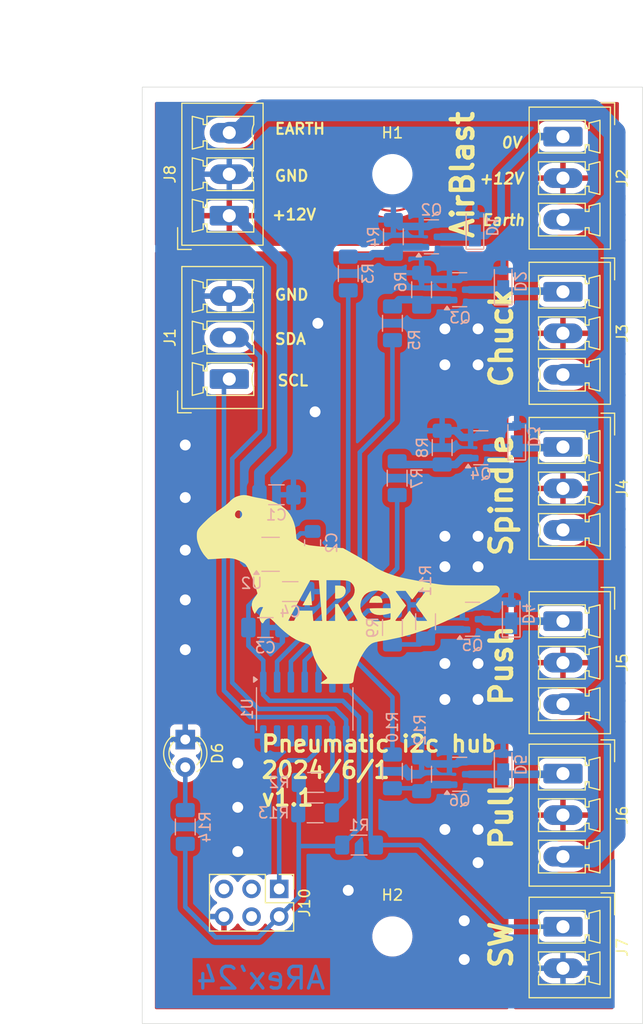
<source format=kicad_pcb>
(kicad_pcb (version 20240108) (generator "pcbnew") (generator_version "8.0")
  (layers (0 "F.Cu" signal) (31 "B.Cu" signal) (34 "B.Paste" user) (35 "F.Paste" user) (36 "B.SilkS" user "B.Silkscreen") (37 "F.SilkS" user "F.Silkscreen") (38 "B.Mask" user) (39 "F.Mask" user) (44 "Edge.Cuts" user))
  (net 0 "")
  (net 1 "GND")
  (net 2 "Earth")
  (net 3 "Net-(U2-BP)")
  (net 4 "VCC")
  (net 5 "+12V")
  (net 6 "Net-(Q2-G)")
  (net 7 "Net-(Q3-G)")
  (net 8 "Net-(Q4-G)")
  (net 9 "Net-(Q5-G)")
  (net 10 "Net-(Q6-G)")
  (net 11 "AIR_BLAST")
  (net 12 "CHUCK_CLAMP")
  (net 13 "SPINDLE_CLEAN")
  (net 14 "DOOR_PUSH")
  (net 15 "DOOR_PULL")
  (net 16 "SCL")
  (net 17 "SDA")
  (net 18 "Net-(D1-K)")
  (net 19 "Net-(D2-K)")
  (net 20 "Net-(D3-K)")
  (net 21 "Net-(D4-K)")
  (net 22 "Net-(D5-K)")
  (net 28 "UPDI")
  (net 29 "PRESSURE_ON")
  (net 31 "Net-(D6-A)")
  (footprint "Connector_Phoenix_MC:PhoenixContact_MCV_1,5_3-G-3.81_1x03_P3.81mm_Vertical" (layer "F.Cu") (at 174.6875 72.7975 -90)
    (property "Reference" "J3" (at 3.81 -5.45 90) (layer "F.SilkS"))
    (property "Value" "Conn_01x03_Pin" (hide yes))
    (pad "1" thru_hole roundrect (at 0 0 270) (size 1.8 3.6) (drill 1.2) (layers "*.Cu" "*.Mask") (roundrect_rratio 0.138889) (net 19 "Net-(D2-K)"))
    (pad "2" thru_hole oval (at 3.81 0 270) (size 1.8 3.6) (drill 1.2) (layers "*.Cu" "*.Mask") (net 5 "+12V"))
    (pad "3" thru_hole oval (at 7.62 0 270) (size 1.8 3.6) (drill 1.2) (layers "*.Cu" "*.Mask") (net 2 "Earth"))
  )
  (footprint "Connector_Phoenix_MC:PhoenixContact_MCV_1,5_3-G-3.81_1x03_P3.81mm_Vertical" (layer "F.Cu") (at 174.6875 87.0475 -90)
    (property "Reference" "J4" (at 3.81 -5.45 90) (layer "F.SilkS"))
    (property "Value" "Conn_01x03_Pin" (hide yes))
    (pad "1" thru_hole roundrect (at 0 0 270) (size 1.8 3.6) (drill 1.2) (layers "*.Cu" "*.Mask") (roundrect_rratio 0.138889) (net 20 "Net-(D3-K)"))
    (pad "2" thru_hole oval (at 3.81 0 270) (size 1.8 3.6) (drill 1.2) (layers "*.Cu" "*.Mask") (net 5 "+12V"))
    (pad "3" thru_hole oval (at 7.62 0 270) (size 1.8 3.6) (drill 1.2) (layers "*.Cu" "*.Mask") (net 2 "Earth"))
  )
  (footprint "Connector_Phoenix_MC:PhoenixContact_MCV_1,5_3-G-3.81_1x03_P3.81mm_Vertical" (layer "F.Cu") (at 174.6875 58.5475 -90)
    (property "Reference" "J2" (at 3.81 -5.45 90) (layer "F.SilkS"))
    (property "Value" "Conn_01x03_Pin" (hide yes))
    (pad "1" thru_hole roundrect (at 0 0 270) (size 1.8 3.6) (drill 1.2) (layers "*.Cu" "*.Mask") (roundrect_rratio 0.138889) (net 18 "Net-(D1-K)"))
    (pad "2" thru_hole oval (at 3.81 0 270) (size 1.8 3.6) (drill 1.2) (layers "*.Cu" "*.Mask") (net 5 "+12V"))
    (pad "3" thru_hole oval (at 7.62 0 270) (size 1.8 3.6) (drill 1.2) (layers "*.Cu" "*.Mask") (net 2 "Earth"))
  )
  (footprint "Connector_Phoenix_MC:PhoenixContact_MCV_1,5_3-G-3.81_1x03_P3.81mm_Vertical" (layer "F.Cu") (at 174.6875 117.0475 -90)
    (property "Reference" "J6" (at 3.81 -5.45 90) (layer "F.SilkS"))
    (property "Value" "Conn_01x03_Pin" (hide yes))
    (pad "1" thru_hole roundrect (at 0 0 270) (size 1.8 3.6) (drill 1.2) (layers "*.Cu" "*.Mask") (roundrect_rratio 0.138889) (net 22 "Net-(D5-K)"))
    (pad "2" thru_hole oval (at 3.81 0 270) (size 1.8 3.6) (drill 1.2) (layers "*.Cu" "*.Mask") (net 5 "+12V"))
    (pad "3" thru_hole oval (at 7.62 0 270) (size 1.8 3.6) (drill 1.2) (layers "*.Cu" "*.Mask") (net 2 "Earth"))
  )
  (footprint "Connector_Phoenix_MC:PhoenixContact_MCV_1,5_2-G-3.81_1x02_P3.81mm_Vertical" (layer "F.Cu") (at 174.6875 131.1075 -90)
    (property "Reference" "J7" (at 1.9 -5.45 90) (layer "F.SilkS"))
    (property "Value" "Conn_01x02_Pin" (hide yes))
    (pad "1" thru_hole roundrect (at 0 0 270) (size 1.8 3.6) (drill 1.2) (layers "*.Cu" "*.Mask") (roundrect_rratio 0.138889) (net 29 "PRESSURE_ON"))
    (pad "2" thru_hole oval (at 3.81 0 270) (size 1.8 3.6) (drill 1.2) (layers "*.Cu" "*.Mask") (net 1 "GND"))
  )
  (footprint "Connector_Phoenix_MC:PhoenixContact_MCV_1,5_3-G-3.81_1x03_P3.81mm_Vertical" (layer "F.Cu") (at 174.6875 103.0475 -90)
    (property "Reference" "J5" (at 3.81 -5.45 90) (layer "F.SilkS"))
    (property "Value" "Conn_01x03_Pin" (hide yes))
    (pad "1" thru_hole roundrect (at 0 0 270) (size 1.8 3.6) (drill 1.2) (layers "*.Cu" "*.Mask") (roundrect_rratio 0.138889) (net 21 "Net-(D4-K)"))
    (pad "2" thru_hole oval (at 3.81 0 270) (size 1.8 3.6) (drill 1.2) (layers "*.Cu" "*.Mask") (net 5 "+12V"))
    (pad "3" thru_hole oval (at 7.62 0 270) (size 1.8 3.6) (drill 1.2) (layers "*.Cu" "*.Mask") (net 2 "Earth"))
  )
  (footprint "Connector_Phoenix_MC:PhoenixContact_MCV_1,5_3-G-3.81_1x03_P3.81mm_Vertical" (layer "F.Cu") (at 144 65.81 90)
    (property "Reference" "J8" (at 3.81 -5.45 -90) (layer "F.SilkS"))
    (property "Value" "Conn_01x03_Pin" (hide yes))
    (pad "1" thru_hole roundrect (at 0 0 90) (size 1.8 3.6) (drill 1.2) (layers "*.Cu" "*.Mask") (roundrect_rratio 0.138889) (net 5 "+12V"))
    (pad "2" thru_hole oval (at 3.81 0 90) (size 1.8 3.6) (drill 1.2) (layers "*.Cu" "*.Mask") (net 1 "GND"))
    (pad "3" thru_hole oval (at 7.62 0 90) (size 1.8 3.6) (drill 1.2) (layers "*.Cu" "*.Mask") (net 2 "Earth"))
  )
  (footprint "Connector_Phoenix_MC:PhoenixContact_MCV_1,5_3-G-3.81_1x03_P3.81mm_Vertical" (layer "F.Cu") (at 144 80.81 90)
    (property "Reference" "J1" (at 3.81 -5.45 -90) (layer "F.SilkS"))
    (property "Value" "Conn_01x03_Pin" (hide yes))
    (pad "1" thru_hole roundrect (at 0 0 90) (size 1.8 3.6) (drill 1.2) (layers "*.Cu" "*.Mask") (roundrect_rratio 0.138889) (net 16 "SCL"))
    (pad "2" thru_hole oval (at 3.81 0 90) (size 1.8 3.6) (drill 1.2) (layers "*.Cu" "*.Mask") (net 17 "SDA"))
    (pad "3" thru_hole oval (at 7.62 0 90) (size 1.8 3.6) (drill 1.2) (layers "*.Cu" "*.Mask") (net 1 "GND"))
  )
  (footprint "MountingHole:MountingHole_3.2mm_M3_DIN965" (layer "F.Cu") (at 159 62)
    (property "Reference" "H1" (at 0 -3.8 0) (layer "F.SilkS"))
    (property "Value" "MountingHole")
    (pad "" np_thru_hole circle (at 0 0) (size 3.2 3.2) (drill 3.2) (layers "*.Cu" "*.Mask"))
  )
  (footprint "LED_THT:LED_D3.0mm" (layer "F.Cu") (at 139.954 113.919 -90)
    (property "Reference" "D6" (at 1.27 -2.96 90) (layer "F.SilkS"))
    (property "Value" "LED")
    (pad "1" thru_hole rect (at 0 0 270) (size 1.8 1.8) (drill 0.9) (layers "*.Cu" "*.Mask") (net 1 "GND"))
    (pad "2" thru_hole circle (at 2.54 0 270) (size 1.8 1.8) (drill 0.9) (layers "*.Cu" "*.Mask") (net 31 "Net-(D6-A)"))
  )
  (footprint "LOGO" (layer "F.Cu") (at 154.94 100.076)
    (property "Reference" "G***" (hide yes))
    (property "Value" "LOGO" (hide yes))
  )
  (footprint "Connector_PinHeader_2.54mm:PinHeader_2x03_P2.54mm_Vertical" (layer "F.Cu") (at 148.59 127.635 -90)
    (property "Reference" "J10" (at 1.27 -2.33 90) (layer "F.SilkS"))
    (property "Value" "AVR-UPDI-6")
    (pad "1" thru_hole rect (at 0 0 270) (size 1.7 1.7) (drill 1) (layers "*.Cu" "*.Mask") (net 28 "UPDI"))
    (pad "2" thru_hole oval (at 2.54 0 270) (size 1.7 1.7) (drill 1) (layers "*.Cu" "*.Mask") (net 4 "VCC"))
    (pad "3" thru_hole oval (at 0 2.54 270) (size 1.7 1.7) (drill 1) (layers "*.Cu" "*.Mask"))
    (pad "4" thru_hole oval (at 2.54 2.54 270) (size 1.7 1.7) (drill 1) (layers "*.Cu" "*.Mask"))
    (pad "5" thru_hole oval (at 0 5.08 270) (size 1.7 1.7) (drill 1) (layers "*.Cu" "*.Mask"))
    (pad "6" thru_hole oval (at 2.54 5.08 270) (size 1.7 1.7) (drill 1) (layers "*.Cu" "*.Mask") (net 1 "GND"))
  )
  (footprint "MountingHole:MountingHole_3.2mm_M3_DIN965" (layer "F.Cu") (at 159 132)
    (property "Reference" "H2" (at 0 -3.8 0) (layer "F.SilkS"))
    (property "Value" "MountingHole")
    (pad "" np_thru_hole circle (at 0 0) (size 3.2 3.2) (drill 3.2) (layers "*.Cu" "*.Mask"))
  )
  (footprint "Resistor_SMD:R_1206_3216Metric_Pad1.30x1.75mm_HandSolder" (layer "B.Cu") (at 161.6875 72.6075 -90)
    (property "Reference" "R6" (at -0.7255 1.9215 -90) (layer "B.SilkS") (effects (justify mirror)))
    (property "Value" "10K")
    (pad "1" smd roundrect (at -1.55 0 270) (size 1.3 1.75) (layers "B.Cu" "B.Paste" "B.Mask") (roundrect_rratio 0.192308) (net 1 "GND"))
    (pad "2" smd roundrect (at 1.55 0 270) (size 1.3 1.75) (layers "B.Cu" "B.Paste" "B.Mask") (roundrect_rratio 0.192308) (net 7 "Net-(Q3-G)"))
  )
  (footprint "Resistor_SMD:R_1206_3216Metric_Pad1.30x1.75mm_HandSolder" (layer "B.Cu") (at 161.6875 117.1075 -90)
    (property "Reference" "R12" (at -4.0775 0.1435 -90) (layer "B.SilkS") (effects (justify mirror)))
    (property "Value" "10K")
    (pad "1" smd roundrect (at -1.55 0 270) (size 1.3 1.75) (layers "B.Cu" "B.Paste" "B.Mask") (roundrect_rratio 0.192308) (net 1 "GND"))
    (pad "2" smd roundrect (at 1.55 0 270) (size 1.3 1.75) (layers "B.Cu" "B.Paste" "B.Mask") (roundrect_rratio 0.192308) (net 10 "Net-(Q6-G)"))
  )
  (footprint "Resistor_SMD:R_1206_3216Metric_Pad1.30x1.75mm_HandSolder" (layer "B.Cu") (at 159.004 75.692 90)
    (property "Reference" "R5" (at -1.524 2.032 -90) (layer "B.SilkS") (effects (justify mirror)))
    (property "Value" "22")
    (pad "1" smd roundrect (at -1.55 0 90) (size 1.3 1.75) (layers "B.Cu" "B.Paste" "B.Mask") (roundrect_rratio 0.192308) (net 12 "CHUCK_CLAMP"))
    (pad "2" smd roundrect (at 1.55 0 90) (size 1.3 1.75) (layers "B.Cu" "B.Paste" "B.Mask") (roundrect_rratio 0.192308) (net 7 "Net-(Q3-G)"))
  )
  (footprint "Capacitor_SMD:C_1206_3216Metric_Pad1.33x1.80mm_HandSolder" (layer "B.Cu") (at 148.336 91.44)
    (property "Reference" "C1" (at 0 1.85 0) (layer "B.SilkS") (effects (justify mirror)))
    (property "Value" "1u")
    (pad "1" smd roundrect (at -1.5625 0) (size 1.325 1.8) (layers "B.Cu" "B.Paste" "B.Mask") (roundrect_rratio 0.188679) (net 5 "+12V"))
    (pad "2" smd roundrect (at 1.5625 0) (size 1.325 1.8) (layers "B.Cu" "B.Paste" "B.Mask") (roundrect_rratio 0.188679) (net 1 "GND"))
  )
  (footprint "Package_TO_SOT_SMD:SOT-23" (layer "B.Cu") (at 165.1875 72.6075)
    (property "Reference" "Q3" (at 0.0395 2.5765 0) (layer "B.SilkS") (effects (justify mirror)))
    (property "Value" "DMN6075S")
    (pad "1" smd roundrect (at -0.9375 0.95) (size 1.475 0.6) (layers "B.Cu" "B.Paste" "B.Mask") (net 7 "Net-(Q3-G)"))
    (pad "2" smd roundrect (at -0.9375 -0.95) (size 1.475 0.6) (layers "B.Cu" "B.Paste" "B.Mask") (net 1 "GND"))
    (pad "3" smd roundrect (at 0.9375 0) (size 1.475 0.6) (layers "B.Cu" "B.Paste" "B.Mask") (net 19 "Net-(D2-K)"))
  )
  (footprint "Package_TO_SOT_SMD:SOT-23" (layer "B.Cu") (at 165.1875 117.1075)
    (property "Reference" "Q6" (at 0 2.4 0) (layer "B.SilkS") (effects (justify mirror)))
    (property "Value" "DMN6075S")
    (pad "1" smd roundrect (at -0.9375 0.95) (size 1.475 0.6) (layers "B.Cu" "B.Paste" "B.Mask") (net 10 "Net-(Q6-G)"))
    (pad "2" smd roundrect (at -0.9375 -0.95) (size 1.475 0.6) (layers "B.Cu" "B.Paste" "B.Mask") (net 1 "GND"))
    (pad "3" smd roundrect (at 0.9375 0) (size 1.475 0.6) (layers "B.Cu" "B.Paste" "B.Mask") (net 22 "Net-(D5-K)"))
  )
  (footprint "Capacitor_SMD:C_0805_2012Metric_Pad1.18x1.45mm_HandSolder" (layer "B.Cu") (at 151.6625 95.845 -90)
    (property "Reference" "C2" (at 0 -1.7535 -90) (layer "B.SilkS") (effects (justify mirror)))
    (property "Value" "470p")
    (pad "1" smd roundrect (at -1.0375 0 270) (size 1.175 1.45) (layers "B.Cu" "B.Paste" "B.Mask") (roundrect_rratio 0.212766) (net 3 "Net-(U2-BP)"))
    (pad "2" smd roundrect (at 1.0375 0 270) (size 1.175 1.45) (layers "B.Cu" "B.Paste" "B.Mask") (roundrect_rratio 0.212766) (net 1 "GND"))
  )
  (footprint "Diode_SMD:D_MicroSMP_AK" (layer "B.Cu") (at 169.1875 71.8575 90)
    (property "Reference" "D2" (at 0 1.55 -90) (layer "B.SilkS") (effects (justify mirror)))
    (property "Value" "D")
    (pad "1" smd rect (at -0.88 0 90) (size 2 1.1) (layers "B.Cu" "B.Paste" "B.Mask") (net 19 "Net-(D2-K)"))
    (pad "2" smd rect (at 1.02 0 90) (size 0.8 0.8) (layers "B.Cu" "B.Paste" "B.Mask") (net 1 "GND"))
  )
  (footprint "Package_TO_SOT_SMD:SOT-23" (layer "B.Cu") (at 162.59125 67.75)
    (property "Reference" "Q2" (at 0 -2.472 0) (layer "B.SilkS") (effects (justify mirror)))
    (property "Value" "DMN6075S")
    (pad "1" smd roundrect (at -0.9375 0.95) (size 1.475 0.6) (layers "B.Cu" "B.Paste" "B.Mask") (net 6 "Net-(Q2-G)"))
    (pad "2" smd roundrect (at -0.9375 -0.95) (size 1.475 0.6) (layers "B.Cu" "B.Paste" "B.Mask") (net 1 "GND"))
    (pad "3" smd roundrect (at 0.9375 0) (size 1.475 0.6) (layers "B.Cu" "B.Paste" "B.Mask") (net 18 "Net-(D1-K)"))
  )
  (footprint "Diode_SMD:D_MicroSMP_AK" (layer "B.Cu") (at 166.59125 66.75 90)
    (property "Reference" "D1" (at 0 1.55 -90) (layer "B.SilkS") (effects (justify mirror)))
    (property "Value" "D")
    (pad "1" smd rect (at -0.88 0 90) (size 2 1.1) (layers "B.Cu" "B.Paste" "B.Mask") (net 18 "Net-(D1-K)"))
    (pad "2" smd rect (at 1.02 0 90) (size 0.8 0.8) (layers "B.Cu" "B.Paste" "B.Mask") (net 1 "GND"))
  )
  (footprint "Resistor_SMD:R_1206_3216Metric_Pad1.30x1.75mm_HandSolder" (layer "B.Cu") (at 151.892 120.65 180)
    (property "Reference" "R13" (at 3.81 0 180) (layer "B.SilkS") (effects (justify mirror)))
    (property "Value" "470")
    (pad "1" smd roundrect (at -1.55 0 180) (size 1.3 1.75) (layers "B.Cu" "B.Paste" "B.Mask") (roundrect_rratio 0.192308) (net 17 "SDA"))
    (pad "2" smd roundrect (at 1.55 0 180) (size 1.3 1.75) (layers "B.Cu" "B.Paste" "B.Mask") (roundrect_rratio 0.192308) (net 4 "VCC"))
  )
  (footprint "Diode_SMD:D_MicroSMP_AK" (layer "B.Cu") (at 169.1875 116.2275 90)
    (property "Reference" "D5" (at 0 1.55 -90) (layer "B.SilkS") (effects (justify mirror)))
    (property "Value" "D")
    (pad "1" smd rect (at -0.88 0 90) (size 2 1.1) (layers "B.Cu" "B.Paste" "B.Mask") (net 22 "Net-(D5-K)"))
    (pad "2" smd rect (at 1.02 0 90) (size 0.8 0.8) (layers "B.Cu" "B.Paste" "B.Mask") (net 1 "GND"))
  )
  (footprint "Resistor_SMD:R_1206_3216Metric_Pad1.30x1.75mm_HandSolder" (layer "B.Cu") (at 154.94 71.12 90)
    (property "Reference" "R3" (at 0 1.82 -90) (layer "B.SilkS") (effects (justify mirror)))
    (property "Value" "22")
    (pad "1" smd roundrect (at -1.55 0 90) (size 1.3 1.75) (layers "B.Cu" "B.Paste" "B.Mask") (roundrect_rratio 0.192308) (net 11 "AIR_BLAST"))
    (pad "2" smd roundrect (at 1.55 0 90) (size 1.3 1.75) (layers "B.Cu" "B.Paste" "B.Mask") (roundrect_rratio 0.192308) (net 6 "Net-(Q2-G)"))
  )
  (footprint "Package_SO:SOIC-14_3.9x8.7mm_P1.27mm" (layer "B.Cu") (at 150.9375 111.1075 -90)
    (property "Reference" "U1" (at 0 5.28 90) (layer "B.SilkS") (effects (justify mirror)))
    (property "Value" "ATtiny3224-SS")
    (pad "1" smd roundrect (at -2.475 3.81 270) (size 1.95 0.6) (layers "B.Cu" "B.Paste" "B.Mask") (net 4 "VCC"))
    (pad "2" smd roundrect (at -2.475 2.54 270) (size 1.95 0.6) (layers "B.Cu" "B.Paste" "B.Mask") (net 11 "AIR_BLAST"))
    (pad "3" smd roundrect (at -2.475 1.27 270) (size 1.95 0.6) (layers "B.Cu" "B.Paste" "B.Mask") (net 12 "CHUCK_CLAMP"))
    (pad "4" smd roundrect (at -2.475 0 270) (size 1.95 0.6) (layers "B.Cu" "B.Paste" "B.Mask") (net 13 "SPINDLE_CLEAN"))
    (pad "5" smd roundrect (at -2.475 -1.27 270) (size 1.95 0.6) (layers "B.Cu" "B.Paste" "B.Mask") (net 14 "DOOR_PUSH"))
    (pad "6" smd roundrect (at -2.475 -2.54 270) (size 1.95 0.6) (layers "B.Cu" "B.Paste" "B.Mask") (net 15 "DOOR_PULL"))
    (pad "7" smd roundrect (at -2.475 -3.81 270) (size 1.95 0.6) (layers "B.Cu" "B.Paste" "B.Mask") (net 29 "PRESSURE_ON"))
    (pad "8" smd roundrect (at 2.475 -3.81 270) (size 1.95 0.6) (layers "B.Cu" "B.Paste" "B.Mask") (net 17 "SDA"))
    (pad "9" smd roundrect (at 2.475 -2.54 270) (size 1.95 0.6) (layers "B.Cu" "B.Paste" "B.Mask") (net 16 "SCL"))
    (pad "10" smd roundrect (at 2.475 -1.27 270) (size 1.95 0.6) (layers "B.Cu" "B.Paste" "B.Mask") (net 28 "UPDI"))
    (pad "11" smd roundrect (at 2.475 0 270) (size 1.95 0.6) (layers "B.Cu" "B.Paste" "B.Mask"))
    (pad "12" smd roundrect (at 2.475 1.27 270) (size 1.95 0.6) (layers "B.Cu" "B.Paste" "B.Mask"))
    (pad "13" smd roundrect (at 2.475 2.54 270) (size 1.95 0.6) (layers "B.Cu" "B.Paste" "B.Mask"))
    (pad "14" smd roundrect (at 2.475 3.81 270) (size 1.95 0.6) (layers "B.Cu" "B.Paste" "B.Mask") (net 1 "GND"))
  )
  (footprint "Resistor_SMD:R_1206_3216Metric_Pad1.30x1.75mm_HandSolder" (layer "B.Cu") (at 159.09125 67.75 -90)
    (property "Reference" "R4" (at 0 1.82 -90) (layer "B.SilkS") (effects (justify mirror)))
    (property "Value" "10K")
    (pad "1" smd roundrect (at -1.55 0 270) (size 1.3 1.75) (layers "B.Cu" "B.Paste" "B.Mask") (roundrect_rratio 0.192308) (net 1 "GND"))
    (pad "2" smd roundrect (at 1.55 0 270) (size 1.3 1.75) (layers "B.Cu" "B.Paste" "B.Mask") (roundrect_rratio 0.192308) (net 6 "Net-(Q2-G)"))
  )
  (footprint "Diode_SMD:D_MicroSMP_AK" (layer "B.Cu") (at 170.434 86.106 90)
    (property "Reference" "D3" (at 0 1.55 -90) (layer "B.SilkS") (effects (justify mirror)))
    (property "Value" "D")
    (pad "1" smd rect (at -0.88 0 90) (size 2 1.1) (layers "B.Cu" "B.Paste" "B.Mask") (net 20 "Net-(D3-K)"))
    (pad "2" smd rect (at 1.02 0 90) (size 0.8 0.8) (layers "B.Cu" "B.Paste" "B.Mask") (net 1 "GND"))
  )
  (footprint "Resistor_SMD:R_1206_3216Metric_Pad1.30x1.75mm_HandSolder" (layer "B.Cu") (at 159.4375 89.916 90)
    (property "Reference" "R7" (at 0 1.82 -90) (layer "B.SilkS") (effects (justify mirror)))
    (property "Value" "22")
    (pad "1" smd roundrect (at -1.55 0 90) (size 1.3 1.75) (layers "B.Cu" "B.Paste" "B.Mask") (roundrect_rratio 0.192308) (net 13 "SPINDLE_CLEAN"))
    (pad "2" smd roundrect (at 1.55 0 90) (size 1.3 1.75) (layers "B.Cu" "B.Paste" "B.Mask") (roundrect_rratio 0.192308) (net 8 "Net-(Q4-G)"))
  )
  (footprint "Resistor_SMD:R_1206_3216Metric_Pad1.30x1.75mm_HandSolder" (layer "B.Cu") (at 155.9375 123.6075 180)
    (property "Reference" "R1" (at 0 1.82 180) (layer "B.SilkS") (effects (justify mirror)))
    (property "Value" "10K")
    (pad "1" smd roundrect (at -1.55 0 180) (size 1.3 1.75) (layers "B.Cu" "B.Paste" "B.Mask") (roundrect_rratio 0.192308) (net 29 "PRESSURE_ON"))
    (pad "2" smd roundrect (at 1.55 0 180) (size 1.3 1.75) (layers "B.Cu" "B.Paste" "B.Mask") (roundrect_rratio 0.192308) (net 4 "VCC"))
  )
  (footprint "Resistor_SMD:R_1206_3216Metric_Pad1.30x1.75mm_HandSolder" (layer "B.Cu") (at 163.576 87.1075 -90)
    (property "Reference" "R8" (at 0 1.82 -90) (layer "B.SilkS") (effects (justify mirror)))
    (property "Value" "10K")
    (pad "1" smd roundrect (at -1.55 0 270) (size 1.3 1.75) (layers "B.Cu" "B.Paste" "B.Mask") (roundrect_rratio 0.192308) (net 1 "GND"))
    (pad "2" smd roundrect (at 1.55 0 270) (size 1.3 1.75) (layers "B.Cu" "B.Paste" "B.Mask") (roundrect_rratio 0.192308) (net 8 "Net-(Q4-G)"))
  )
  (footprint "Resistor_SMD:R_1206_3216Metric_Pad1.30x1.75mm_HandSolder" (layer "B.Cu") (at 162.052 103.098 -90)
    (property "Reference" "R11" (at -3.784 0 -90) (layer "B.SilkS") (effects (justify mirror)))
    (property "Value" "10K")
    (pad "1" smd roundrect (at -1.55 0 270) (size 1.3 1.75) (layers "B.Cu" "B.Paste" "B.Mask") (roundrect_rratio 0.192308) (net 1 "GND"))
    (pad "2" smd roundrect (at 1.55 0 270) (size 1.3 1.75) (layers "B.Cu" "B.Paste" "B.Mask") (roundrect_rratio 0.192308) (net 9 "Net-(Q5-G)"))
  )
  (footprint "Package_TO_SOT_SMD:SOT-23-5" (layer "B.Cu") (at 147.8 96.9075)
    (property "Reference" "U2" (at -1.75 2.6605 0) (layer "B.SilkS") (effects (justify mirror)))
    (property "Value" "MIC5205-5.0YM5")
    (pad "1" smd roundrect (at -1.1375 0.95) (size 1.325 0.6) (layers "B.Cu" "B.Paste" "B.Mask") (net 5 "+12V"))
    (pad "2" smd roundrect (at -1.1375 0) (size 1.325 0.6) (layers "B.Cu" "B.Paste" "B.Mask") (net 1 "GND"))
    (pad "3" smd roundrect (at -1.1375 -0.95) (size 1.325 0.6) (layers "B.Cu" "B.Paste" "B.Mask") (net 5 "+12V"))
    (pad "4" smd roundrect (at 1.1375 -0.95) (size 1.325 0.6) (layers "B.Cu" "B.Paste" "B.Mask") (net 3 "Net-(U2-BP)"))
    (pad "5" smd roundrect (at 1.1375 0.95) (size 1.325 0.6) (layers "B.Cu" "B.Paste" "B.Mask") (net 4 "VCC"))
  )
  (footprint "Capacitor_SMD:C_1206_3216Metric_Pad1.33x1.80mm_HandSolder" (layer "B.Cu") (at 149.606 100.33)
    (property "Reference" "C4" (at 0 1.85 0) (layer "B.SilkS") (effects (justify mirror)))
    (property "Value" "1u")
    (pad "1" smd roundrect (at -1.5625 0) (size 1.325 1.8) (layers "B.Cu" "B.Paste" "B.Mask") (roundrect_rratio 0.188679) (net 4 "VCC"))
    (pad "2" smd roundrect (at 1.5625 0) (size 1.325 1.8) (layers "B.Cu" "B.Paste" "B.Mask") (roundrect_rratio 0.188679) (net 1 "GND"))
  )
  (footprint "Resistor_SMD:R_1206_3216Metric_Pad1.30x1.75mm_HandSolder" (layer "B.Cu") (at 159.004 103.632 -90)
    (property "Reference" "R9" (at 0 1.82 90) (layer "B.SilkS") (effects (justify mirror)))
    (property "Value" "22")
    (pad "1" smd roundrect (at -1.55 0 270) (size 1.3 1.75) (layers "B.Cu" "B.Paste" "B.Mask") (roundrect_rratio 0.192308) (net 14 "DOOR_PUSH"))
    (pad "2" smd roundrect (at 1.55 0 270) (size 1.3 1.75) (layers "B.Cu" "B.Paste" "B.Mask") (roundrect_rratio 0.192308) (net 9 "Net-(Q5-G)"))
  )
  (footprint "Package_TO_SOT_SMD:SOT-23" (layer "B.Cu") (at 166.37 102.87)
    (property "Reference" "Q5" (at 0 2.4 0) (layer "B.SilkS") (effects (justify mirror)))
    (property "Value" "DMN6075S" (hide yes))
    (pad "1" smd roundrect (at -0.9375 0.95) (size 1.475 0.6) (layers "B.Cu" "B.Paste" "B.Mask") (net 9 "Net-(Q5-G)"))
    (pad "2" smd roundrect (at -0.9375 -0.95) (size 1.475 0.6) (layers "B.Cu" "B.Paste" "B.Mask") (net 1 "GND"))
    (pad "3" smd roundrect (at 0.9375 0) (size 1.475 0.6) (layers "B.Cu" "B.Paste" "B.Mask") (net 21 "Net-(D4-K)"))
  )
  (footprint "Capacitor_SMD:C_1206_3216Metric_Pad1.33x1.80mm_HandSolder" (layer "B.Cu") (at 147.32 103.632)
    (property "Reference" "C3" (at 0 1.85 0) (layer "B.SilkS") (effects (justify mirror)))
    (property "Value" "1u")
    (pad "1" smd roundrect (at -1.5625 0) (size 1.325 1.8) (layers "B.Cu" "B.Paste" "B.Mask") (roundrect_rratio 0.188679) (net 4 "VCC"))
    (pad "2" smd roundrect (at 1.5625 0) (size 1.325 1.8) (layers "B.Cu" "B.Paste" "B.Mask") (roundrect_rratio 0.188679) (net 1 "GND"))
  )
  (footprint "Resistor_SMD:R_1206_3216Metric_Pad1.30x1.75mm_HandSolder" (layer "B.Cu") (at 159.004 116.84 -90)
    (property "Reference" "R10" (at -4.064 0 90) (layer "B.SilkS") (effects (justify mirror)))
    (property "Value" "22")
    (pad "1" smd roundrect (at -1.55 0 270) (size 1.3 1.75) (layers "B.Cu" "B.Paste" "B.Mask") (roundrect_rratio 0.192308) (net 15 "DOOR_PULL"))
    (pad "2" smd roundrect (at 1.55 0 270) (size 1.3 1.75) (layers "B.Cu" "B.Paste" "B.Mask") (roundrect_rratio 0.192308) (net 10 "Net-(Q6-G)"))
  )
  (footprint "Resistor_SMD:R_1206_3216Metric_Pad1.30x1.75mm_HandSolder" (layer "B.Cu") (at 151.9375 117.856 180)
    (property "Reference" "R2" (at 3.3475 0 180) (layer "B.SilkS") (effects (justify mirror)))
    (property "Value" "470")
    (pad "1" smd roundrect (at -1.55 0 180) (size 1.3 1.75) (layers "B.Cu" "B.Paste" "B.Mask") (roundrect_rratio 0.192308) (net 16 "SCL"))
    (pad "2" smd roundrect (at 1.55 0 180) (size 1.3 1.75) (layers "B.Cu" "B.Paste" "B.Mask") (roundrect_rratio 0.192308) (net 4 "VCC"))
  )
  (footprint "Resistor_SMD:R_1206_3216Metric_Pad1.30x1.75mm_HandSolder" (layer "B.Cu") (at 139.954 121.946 90)
    (property "Reference" "R14" (at 0 1.82 -90) (layer "B.SilkS") (effects (justify mirror)))
    (property "Value" "470")
    (pad "1" smd roundrect (at -1.55 0 90) (size 1.3 1.75) (layers "B.Cu" "B.Paste" "B.Mask") (roundrect_rratio 0.192308) (net 4 "VCC"))
    (pad "2" smd roundrect (at 1.55 0 90) (size 1.3 1.75) (layers "B.Cu" "B.Paste" "B.Mask") (roundrect_rratio 0.192308) (net 31 "Net-(D6-A)"))
  )
  (footprint "Diode_SMD:D_MicroSMP_AK" (layer "B.Cu") (at 169.926 102.362 90)
    (property "Reference" "D4" (at 0 1.55 -90) (layer "B.SilkS") (effects (justify mirror)))
    (property "Value" "D")
    (pad "1" smd rect (at -0.88 0 90) (size 2 1.1) (layers "B.Cu" "B.Paste" "B.Mask") (net 21 "Net-(D4-K)"))
    (pad "2" smd rect (at 1.02 0 90) (size 0.8 0.8) (layers "B.Cu" "B.Paste" "B.Mask") (net 1 "GND"))
  )
  (footprint "Package_TO_SOT_SMD:SOT-23" (layer "B.Cu") (at 167.132 87.122)
    (property "Reference" "Q4" (at 0 2.4 0) (layer "B.SilkS") (effects (justify mirror)))
    (property "Value" "DMN6075S")
    (pad "1" smd roundrect (at -0.9375 0.95) (size 1.475 0.6) (layers "B.Cu" "B.Paste" "B.Mask") (net 8 "Net-(Q4-G)"))
    (pad "2" smd roundrect (at -0.9375 -0.95) (size 1.475 0.6) (layers "B.Cu" "B.Paste" "B.Mask") (net 1 "GND"))
    (pad "3" smd roundrect (at 0.9375 0) (size 1.475 0.6) (layers "B.Cu" "B.Paste" "B.Mask") (net 20 "Net-(D3-K)"))
  )
  (gr_circle (center 159 62) (end 158.496 58.674) (stroke (width 0.2)) (fill none) (layer "F.Cu"))
  (gr_rect (start 136 54) (end 182 140) (stroke (width 0.05)) (fill none) (layer "Edge.Cuts"))
  (gr_text "ARex'24" (at 153 137 0) (layer "B.Cu") (effects (font (size 2 2) (thickness 0.3) (bold yes)) (justify left bottom mirror)))
  (gr_text "EARTH" (at 148.082 58.42 0) (layer "F.SilkS") (effects (font (size 1 1) (thickness 0.2) (bold yes)) (justify left bottom)))
  (gr_text "Spindle" (at 170.18 97.282 90) (layer "F.SilkS") (effects (font (size 2 2) (thickness 0.4) (bold yes)) (justify left bottom)))
  (gr_text "SCL" (at 148.336 81.534 0) (layer "F.SilkS") (effects (font (size 1 1) (thickness 0.2) (bold yes)) (justify left bottom)))
  (gr_text "SW" (at 170.18 135.128 90) (layer "F.SilkS") (effects (font (size 2 2) (thickness 0.4) (bold yes)) (justify left bottom)))
  (gr_text "Chuck" (at 170.18 81.788 90) (layer "F.SilkS") (effects (font (size 2 2) (thickness 0.4) (bold yes)) (justify left bottom)))
  (gr_text "v1.1" (at 146.812 120.142 0) (layer "F.SilkS") (effects (font (size 1.5 1.5) (thickness 0.3) (bold yes)) (justify left bottom)))
  (gr_text "Earth" (at 167.132 66.802 0) (layer "F.SilkS") (effects (font (size 1 1) (thickness 0.2) (bold yes) (italic yes)) (justify left bottom)))
  (gr_text "Pneumatic i2c hub\n2024/6/1" (at 146.812 117.602 0) (layer "F.SilkS") (effects (font (size 1.5 1.5) (thickness 0.3) (bold yes)) (justify left bottom)))
  (gr_text "SDA" (at 148.082 77.724 0) (layer "F.SilkS") (effects (font (size 1 1) (thickness 0.2) (bold yes)) (justify left bottom)))
  (gr_text "AirBlast" (at 166.624 68.072 90) (layer "F.SilkS") (effects (font (size 2 2) (thickness 0.4) (bold yes)) (justify left bottom)))
  (gr_text "GND" (at 148.082 62.738 0) (layer "F.SilkS") (effects (font (size 1 1) (thickness 0.2) (bold yes)) (justify left bottom)))
  (gr_text "+12V" (at 147.828 66.294 0) (layer "F.SilkS") (effects (font (size 1 1) (thickness 0.2) (bold yes)) (justify left bottom)))
  (gr_text "0V" (at 168.91 59.69 0) (layer "F.SilkS") (effects (font (size 1 1) (thickness 0.2) (bold yes) (italic yes)) (justify left bottom)))
  (gr_text "+12V" (at 166.878 62.992 0) (layer "F.SilkS") (effects (font (size 1 1) (thickness 0.2) (bold yes) (italic yes)) (justify left bottom)))
  (gr_text "GND" (at 148.082 73.66 0) (layer "F.SilkS") (effects (font (size 1 1) (thickness 0.2) (bold yes)) (justify left bottom)))
  (gr_text "Pull" (at 170.18 124.206 90) (layer "F.SilkS") (effects (font (size 2 2) (thickness 0.4) (bold yes)) (justify left bottom)))
  (gr_text "Push" (at 170.18 110.998 90) (layer "F.SilkS") (effects (font (size 2 2) (thickness 0.4) (bold yes)) (justify left bottom)))
  (via (at 166.878 122.174) (size 2) (drill 1) (layers "F.Cu" "B.Cu") (net 1))
  (via (at 165.608 134.112) (size 2) (drill 1) (layers "F.Cu" "B.Cu") (net 1))
  (via (at 154.94 127.762) (size 2) (drill 1) (layers "F.Cu" "B.Cu") (net 1))
  (via (at 166.878 76.2) (size 2) (drill 1) (layers "F.Cu" "B.Cu") (net 1))
  (via (at 139.954 96.52) (size 2) (drill 1) (layers "F.Cu" "B.Cu") (net 1))
  (via (at 144.78 120.142) (size 2) (drill 1) (layers "F.Cu" "B.Cu") (net 1))
  (via (at 165.608 130.556) (size 2) (drill 1) (layers "F.Cu" "B.Cu") (net 1))
  (via (at 151.892 83.82) (size 2) (drill 1) (layers "F.Cu" "B.Cu") (net 1))
  (via (at 144.78 116.078) (size 2) (drill 1) (layers "F.Cu" "B.Cu") (net 1))
  (via (at 163.83 95.25) (size 2) (drill 1) (layers "F.Cu" "B.Cu") (net 1))
  (via (at 163.83 110.236) (size 2) (drill 1) (layers "F.Cu" "B.Cu") (net 1))
  (via (at 166.878 98.044) (size 2) (drill 1) (layers "F.Cu" "B.Cu") (net 1))
  (via (at 144.78 124.206) (size 2) (drill 1) (layers "F.Cu" "B.Cu") (net 1))
  (via (at 139.954 105.664) (size 2) (drill 1) (layers "F.Cu" "B.Cu") (net 1))
  (via (at 166.878 125.222) (size 2) (drill 1) (layers "F.Cu" "B.Cu") (net 1))
  (via (at 166.878 110.236) (size 2) (drill 1) (layers "F.Cu" "B.Cu") (net 1))
  (via (at 163.83 76.2) (size 2) (drill 1) (layers "F.Cu" "B.Cu") (net 1))
  (via (at 163.83 106.934) (size 2) (drill 1) (layers "F.Cu" "B.Cu") (net 1))
  (via (at 166.878 79.502) (size 2) (drill 1) (layers "F.Cu" "B.Cu") (net 1))
  (via (at 139.954 101.092) (size 2) (drill 1) (layers "F.Cu" "B.Cu") (net 1))
  (via (at 166.878 106.934) (size 2) (drill 1) (layers "F.Cu" "B.Cu") (net 1))
  (via (at 139.954 91.694) (size 2) (drill 1) (layers "F.Cu" "B.Cu") (net 1))
  (via (at 163.83 98.044) (size 2) (drill 1) (layers "F.Cu" "B.Cu") (net 1))
  (via (at 152.146 75.692) (size 2) (drill 1) (layers "F.Cu" "B.Cu") (net 1))
  (via (at 163.83 122.174) (size 2) (drill 1) (layers "F.Cu" "B.Cu") (net 1))
  (via (at 139.954 86.868) (size 2) (drill 1) (layers "F.Cu" "B.Cu") (net 1))
  (via (at 163.83 79.502) (size 2) (drill 1) (layers "F.Cu" "B.Cu") (net 1))
  (via (at 166.878 95.25) (size 2) (drill 1) (layers "F.Cu" "B.Cu") (net 1))
  (segment (start 165.9575 70.8375) (end 169.1875 70.8375) (width 0.7) (layer "B.Cu") (net 1))
  (segment (start 164.8055 85.5575) (end 163.576 85.5575) (width 0.7) (layer "B.Cu") (net 1))
  (segment (start 163.36125 65.73) (end 166.59125 65.73) (width 0.7) (layer "B.Cu") (net 1))
  (segment (start 162.29125 66.8) (end 163.36125 65.73) (width 0.7) (layer "B.Cu") (net 1))
  (segment (start 165.8375 101.2075) (end 169.7915 101.2075) (width 0.7) (layer "B.Cu") (net 1))
  (segment (start 165.4325 101.92) (end 162.976 101.92) (width 0.7) (layer "B.Cu") (net 1))
  (segment (start 166.685 86.172) (end 167.6495 85.2075) (width 0.7) (layer "B.Cu") (net 1))
  (segment (start 165.42 86.172) (end 164.8055 85.5575) (width 0.7) (layer "B.Cu") (net 1))
  (segment (start 164.25 71.6575) (end 165.1375 71.6575) (width 0.7) (layer "B.Cu") (net 1))
  (segment (start 164.25 71.6575) (end 161.725 71.6575) (width 0.7) (layer "B.Cu") (net 1))
  (segment (start 164.8875 116.1575) (end 165.8375 115.2075) (width 0.7) (layer "B.Cu") (net 1))
  (segment (start 165.1375 71.6575) (end 165.9575 70.8375) (width 0.7) (layer "B.Cu") (net 1))
  (segment (start 166.1945 86.172) (end 166.685 86.172) (width 0.7) (layer "B.Cu") (net 1))
  (segment (start 161.65375 66.8) (end 162.29125 66.8) (width 0.7) (layer "B.Cu") (net 1))
  (segment (start 162.976 101.92) (end 162.814 102.082) (width 0.7) (layer "B.Cu") (net 1))
  (segment (start 143.51 130.3575) (end 143.4545 130.302) (width 0.42) (layer "B.Cu") (net 1))
  (segment (start 161.725 71.6575) (end 161.6875 71.695) (width 0.7) (layer "B.Cu") (net 1))
  (segment (start 165.4325 101.6125) (end 165.8375 101.2075) (width 0.7) (layer "B.Cu") (net 1))
  (segment (start 159.69125 66.8) (end 159.09125 66.2) (width 0.7) (layer "B.Cu") (net 1))
  (segment (start 170.3125 85.2075) (end 170.434 85.086) (width 0.7) (layer "B.Cu") (net 1))
  (segment (start 161.65375 66.8) (end 159.69125 66.8) (width 0.7) (layer "B.Cu") (net 1))
  (segment (start 164.25 116.1575) (end 162.2875 116.1575) (width 0.7) (layer "B.Cu") (net 1))
  (segment (start 162.2875 116.1575) (end 161.6875 115.5575) (width 0.7) (layer "B.Cu") (net 1))
  (segment (start 169.7915 101.2075) (end 169.926 101.342) (width 0.7) (layer "B.Cu") (net 1))
  (segment (start 167.6495 85.2075) (end 170.3125 85.2075) (width 0.7) (layer "B.Cu") (net 1))
  (segment (start 166.1945 86.172) (end 165.42 86.172) (width 0.7) (layer "B.Cu") (net 1))
  (segment (start 164.25 116.1575) (end 164.8875 116.1575) (width 0.7) (layer "B.Cu") (net 1))
  (segment (start 165.4325 101.92) (end 165.4325 101.6125) (width 0.7) (layer "B.Cu") (net 1))
  (segment (start 165.8375 115.2075) (end 169.1875 115.2075) (width 0.7) (layer "B.Cu") (net 1))
  (segment (start 179.4375 110.3575) (end 179.4375 108.712) (width 2) (layer "B.Cu") (net 2))
  (segment (start 177.546 110.6675) (end 179.1275 110.6675) (width 2) (layer "B.Cu") (net 2))
  (segment (start 178.9975 66.1675) (end 177.546 66.1675) (width 2) (layer "B.Cu") (net 2))
  (segment (start 177.3775 124.6675) (end 179.4375 122.6075) (width 2) (layer "B.Cu") (net 2))
  (segment (start 174.6875 94.6675) (end 177.546 94.6675) (width 2) (layer "B.Cu") (net 2))
  (segment (start 179.4375 94.6075) (end 179.4375 92.71) (width 2) (layer "B.Cu") (net 2))
  (segment (start 179.4375 92.71) (end 179.4375 92.776) (width 2) (layer "B.Cu") (net 2))
  (segment (start 179.4375 108.712) (end 179.4375 96.266) (width 2) (layer "B.Cu") (net 2))
  (segment (start 179.4375 108.776) (end 177.546 110.6675) (width 2) (layer "B.Cu") (net 2))
  (segment (start 174.6875 110.6675) (end 177.546 110.6675) (width 2) (layer "B.Cu") (net 2))
  (segment (start 179.4375 68.072) (end 179.4375 65.7275) (width 2) (layer "B.Cu") (net 2))
  (segment (start 179.3775 94.6675) (end 179.4375 94.6075) (width 2) (layer "B.Cu") (net 2))
  (segment (start 179.3775 80.4175) (end 179.4375 80.3575) (width 2) (layer "B.Cu") (net 2))
  (segment (start 179.4375 78.526) (end 177.546 80.4175) (width 2) (layer "B.Cu") (net 2))
  (segment (start 179.4375 78.486) (end 179.4375 68.072) (width 2) (layer "B.Cu") (net 2))
  (segment (start 179.4375 112.268) (end 179.4375 110.3575) (width 2) (layer "B.Cu") (net 2))
  (segment (start 179.4375 122.6075) (end 179.4375 112.268) (width 2) (layer "B.Cu") (net 2))
  (segment (start 179.4375 80.3575) (end 179.4375 78.486) (width 2) (layer "B.Cu") (net 2))
  (segment (start 177.546 80.4175) (end 179.3775 80.4175) (width 2) (layer "B.Cu") (net 2))
  (segment (start 177.546 66.1675) (end 177.546 66.1805) (width 2) (layer "B.Cu") (net 2))
  (segment (start 179.4375 64.276) (end 177.546 66.1675) (width 2) (layer "B.Cu") (net 2))
  (segment (start 179.4375 65.7275) (end 178.9975 66.1675) (width 2) (layer "B.Cu") (net 2))
  (segment (start 179.4375 78.486) (end 179.4375 78.526) (width 2) (layer "B.Cu") (net 2))
  (segment (start 147.066 56.134) (end 177.4055 56.134) (width 2) (layer "B.Cu") (net 2))
  (segment (start 179.4375 108.712) (end 179.4375 108.776) (width 2) (layer "B.Cu") (net 2))
  (segment (start 179.4375 92.776) (end 177.546 94.6675) (width 2) (layer "B.Cu") (net 2))
  (segment (start 179.4375 96.266) (end 179.1445 96.266) (width 2) (layer "B.Cu") (net 2))
  (segment (start 179.1465 112.268) (end 177.546 110.6675) (width 2) (layer "B.Cu") (net 2))
  (segment (start 177.546 94.6675) (end 179.3775 94.6675) (width 2) (layer "B.Cu") (net 2))
  (segment (start 144 58.19) (end 145.01 58.19) (width 2) (layer "B.Cu") (net 2))
  (segment (start 179.4375 82.296) (end 179.4375 80.3575) (width 2) (layer "B.Cu") (net 2))
  (segment (start 179.4375 64.008) (end 179.4375 64.276) (width 2) (layer "B.Cu") (net 2))
  (segment (start 179.4375 112.268) (end 179.1465 112.268) (width 2) (layer "B.Cu") (net 2))
  (segment (start 179.1275 110.6675) (end 179.4375 110.3575) (width 2) (layer "B.Cu") (net 2))
  (segment (start 174.6875 124.6675) (end 177.3775 124.6675) (width 2) (layer "B.Cu") (net 2))
  (segment (start 179.4375 82.296) (end 179.4245 82.296) (width 2) (layer "B.Cu") (net 2))
  (segment (start 145.01 58.19) (end 147.066 56.134) (width 2) (layer "B.Cu") (net 2))
  (segment (start 179.1445 96.266) (end 177.546 94.6675) (width 2) (layer "B.Cu") (net 2))
  (segment (start 179.4375 64.008) (end 179.4375 65.7275) (width 2) (layer "B.Cu") (net 2))
  (segment (start 179.4375 92.71) (end 179.4375 82.296) (width 2) (layer "B.Cu") (net 2))
  (segment (start 179.4375 96.266) (end 179.4375 94.6075) (width 2) (layer "B.Cu") (net 2))
  (segment (start 179.4245 82.296) (end 177.546 80.4175) (width 2) (layer "B.Cu") (net 2))
  (segment (start 179.4375 58.166) (end 179.4375 64.008) (width 2) (layer "B.Cu") (net 2))
  (segment (start 177.4055 56.134) (end 179.4375 58.166) (width 2) (layer "B.Cu") (net 2))
  (segment (start 177.546 66.1675) (end 174.6875 66.1675) (width 2) (layer "B.Cu") (net 2))
  (segment (start 174.6875 80.4175) (end 177.546 80.4175) (width 2) (layer "B.Cu") (net 2))
  (segment (start 177.546 66.1805) (end 179.4375 68.072) (width 2) (layer "B.Cu") (net 2))
  (segment (start 149.5875 95.9575) (end 150.5625 94.9825) (width 0.42) (layer "B.Cu") (net 3))
  (segment (start 150.5625 94.9825) (end 151.6625 94.9825) (width 0.42) (layer "B.Cu") (net 3))
  (segment (start 148.9375 95.9575) (end 149.5875 95.9575) (width 0.42) (layer "B.Cu") (net 3))
  (segment (start 150.3875 120.6045) (end 150.342 120.65) (width 0.42) (layer "B.Cu") (net 4))
  (segment (start 150.3875 120.6955) (end 150.342 120.65) (width 0.42) (layer "B.Cu") (net 4))
  (segment (start 148.9375 97.8575) (end 148.9375 99.436) (width 0.42) (layer "B.Cu") (net 4))
  (segment (start 145.7575 105.2975) (end 147.075 106.615) (width 0.42) (layer "B.Cu") (net 4))
  (segment (start 139.954 129.286) (end 142.748 132.08) (width 0.42) (layer "B.Cu") (net 4))
  (segment (start 146.685 132.08) (end 148.59 130.175) (width 0.42) (layer "B.Cu") (net 4))
  (segment (start 150.3875 117.856) (end 150.3875 120.6045) (width 0.42) (layer "B.Cu") (net 4))
  (segment (start 155.9375 111.8575) (end 154.4375 110.3575) (width 0.42) (layer "B.Cu") (net 4))
  (segment (start 148.0435 100.33) (end 147.066 100.33) (width 0.42) (layer "B.Cu") (net 4))
  (segment (start 145.7575 101.6385) (end 145.7575 103.632) (width 0.42) (layer "B.Cu") (net 4))
  (segment (start 154.297 123.698) (end 154.3875 123.6075) (width 0.42) (layer "B.Cu") (net 4))
  (segment (start 147.1275 108.6325) (end 147.1275 106.6675) (width 0.42) (layer "B.Cu") (net 4))
  (segment (start 154.4375 110.3575) (end 147.6875 110.3575) (width 0.42) (layer "B.Cu") (net 4))
  (segment (start 147.066 100.33) (end 145.7575 101.6385) (width 0.42) (layer "B.Cu") (net 4))
  (segment (start 154.3875 123.6075) (end 155.9375 122.0575) (width 0.42) (layer "B.Cu") (net 4))
  (segment (start 147.1275 106.6675) (end 147.075 106.615) (width 0.42) (layer "B.Cu") (net 4))
  (segment (start 145.7575 103.632) (end 145.7575 105.2975) (width 0.42) (layer "B.Cu") (net 4))
  (segment (start 147.1275 109.7975) (end 147.1275 108.6325) (width 0.42) (layer "B.Cu") (net 4))
  (segment (start 142.748 132.08) (end 146.685 132.08) (width 0.42) (layer "B.Cu") (net 4))
  (segment (start 148.9375 99.436) (end 148.0435 100.33) (width 0.42) (layer "B.Cu") (net 4))
  (segment (start 139.954 123.496) (end 139.954 129.286) (width 0.42) (layer "B.Cu") (net 4))
  (segment (start 150.3875 123.698) (end 154.297 123.698) (width 0.42) (layer "B.Cu") (net 4))
  (segment (start 147.6875 110.3575) (end 147.1275 109.7975) (width 0.42) (layer "B.Cu") (net 4))
  (segment (start 155.9375 122.0575) (end 155.9375 111.8575) (width 0.42) (layer "B.Cu") (net 4))
  (segment (start 150.3875 123.698) (end 150.3875 120.6955) (width 0.42) (layer "B.Cu") (net 4))
  (segment (start 150.3875 123.698) (end 150.3875 128.3775) (width 0.42) (layer "B.Cu") (net 4))
  (segment (start 150.3875 128.3775) (end 148.59 130.175) (width 0.42) (layer "B.Cu") (net 4))
  (segment (start 146.6625 97.8575) (end 145.4375 97.8575) (width 0.42) (layer "B.Cu") (net 5))
  (segment (start 146.575 91.8575) (end 146.6625 91.945) (width 0.42) (layer "B.Cu") (net 5))
  (segment (start 146.7735 89.42725) (end 148.844 87.35675) (width 1) (layer "B.Cu") (net 5))
  (segment (start 145.3375 95.9575) (end 145.1875 96.1075) (width 0.42) (layer "B.Cu") (net 5))
  (segment (start 148.844 70.104) (end 144.55 65.81) (width 1) (layer "B.Cu") (net 5))
  (segment (start 145.1875 96.1075) (end 145.1875 97.6075) (width 0.42) (layer "B.Cu") (net 5))
  (segment (start 146.7735 91.44) (end 146.7735 89.42725) (width 1) (layer "B.Cu") (net 5))
  (segment (start 146.6625 91.945) (end 146.6625 95.9575) (width 0.42) (layer "B.Cu") (net 5))
  (segment (start 145.4375 97.8575) (end 145.1875 97.6075) (width 0.42) (layer "B.Cu") (net 5))
  (segment (start 144.55 65.81) (end 144 65.81) (width 1) (layer "B.Cu") (net 5))
  (segment (start 146.6625 95.9575) (end 145.3375 95.9575) (width 0.42) (layer "B.Cu") (net 5))
  (segment (start 148.844 87.35675) (end 148.844 70.104) (width 1) (layer "B.Cu") (net 5))
  (segment (start 156.956 69.57) (end 157.226 69.3) (width 0.7) (layer "B.Cu") (net 6))
  (segment (start 159.12875 68.7) (end 161.65375 68.7) (width 0.7) (layer "B.Cu") (net 6))
  (segment (start 154.94 69.57) (end 156.956 69.57) (width 0.7) (layer "B.Cu") (net 6))
  (segment (start 158.52875 69.3) (end 159.12875 68.7) (width 0.7) (layer "B.Cu") (net 6))
  (segment (start 157.226 69.3) (end 158.52875 69.3) (width 0.7) (layer "B.Cu") (net 6))
  (segment (start 159.004 74.142) (end 159.243 74.142) (width 0.7) (layer "B.Cu") (net 7))
  (segment (start 159.626 73.52) (end 159.004 74.142) (width 0.7) (layer "B.Cu") (net 7))
  (segment (start 161.725 73.5575) (end 161.6875 73.52) (width 0.7) (layer "B.Cu") (net 7))
  (segment (start 159.243 74.142) (end 159.4375 73.9475) (width 0.7) (layer "B.Cu") (net 7))
  (segment (start 161.6875 73.52) (end 159.626 73.52) (width 0.7) (layer "B.Cu") (net 7))
  (segment (start 164.25 73.5575) (end 161.725 73.5575) (width 0.7) (layer "B.Cu") (net 7))
  (segment (start 164.8345 88.6575) (end 159.729 88.6575) (width 0.7) (layer "B.Cu") (net 8))
  (segment (start 166.1945 88.072) (end 165.42 88.072) (width 0.7) (layer "B.Cu") (net 8))
  (segment (start 165.42 88.072) (end 164.8345 88.6575) (width 0.7) (layer "B.Cu") (net 8))
  (segment (start 159.729 88.6575) (end 159.4375 88.366) (width 0.7) (layer "B.Cu") (net 8))
  (segment (start 165.4325 103.82) (end 162.88 103.82) (width 0.7) (layer "B.Cu") (net 9))
  (segment (start 159.004 105.182) (end 161.518 105.182) (width 0.42) (layer "B.Cu") (net 9))
  (segment (start 161.518 105.182) (end 162.052 104.648) (width 0.42) (layer "B.Cu") (net 9))
  (segment (start 162.88 103.82) (end 162.052 104.648) (width 0.7) (layer "B.Cu") (net 9))
  (segment (start 161.42 118.39) (end 161.6875 118.6575) (width 0.42) (layer "B.Cu") (net 10))
  (segment (start 162.2875 118.0575) (end 161.6875 118.6575) (width 0.7) (layer "B.Cu") (net 10))
  (segment (start 159.004 118.39) (end 161.42 118.39) (width 0.42) (layer "B.Cu") (net 10))
  (segment (start 164.25 118.0575) (end 162.2875 118.0575) (width 0.7) (layer "B.Cu") (net 10))
  (segment (start 154.9375 84.1075) (end 154.94 84.105) (width 0.42) (layer "B.Cu") (net 11))
  (segment (start 154.9375 84.1075) (end 154.9375 100.212656) (width 0.42) (layer "B.Cu") (net 11))
  (segment (start 154.9375 100.212656) (end 148.3975 106.752656) (width 0.42) (layer "B.Cu") (net 11))
  (segment (start 154.94 84.105) (end 154.94 72.67) (width 0.42) (layer "B.Cu") (net 11))
  (segment (start 148.3975 106.752656) (end 148.3975 108.6325) (width 0.42) (layer "B.Cu") (net 11))
  (segment (start 159.004 84.541) (end 159.004 77.242) (width 0.42) (layer "B.Cu") (net 12))
  (segment (start 149.6675 108.6325) (end 149.6675 106.748) (width 0.42) (layer "B.Cu") (net 12))
  (segment (start 156 100.4155) (end 156 87.545) (width 0.42) (layer "B.Cu") (net 12))
  (segment (start 156 87.545) (end 159.004 84.541) (width 0.42) (layer "B.Cu") (net 12))
  (segment (start 149.6675 106.748) (end 156 100.4155) (width 0.42) (layer "B.Cu") (net 12))
  (segment (start 150.9375 106.6875) (end 159.4375 98.1875) (width 0.42) (layer "B.Cu") (net 13))
  (segment (start 150.9375 108.6325) (end 150.9375 106.6875) (width 0.42) (layer "B.Cu") (net 13))
  (segment (start 159.4375 98.1875) (end 159.4375 91.466) (width 0.42) (layer "B.Cu") (net 13))
  (segment (start 152.2075 106.6185) (end 156.744 102.082) (width 0.42) (layer "B.Cu") (net 14))
  (segment (start 156.744 102.082) (end 159.004 102.082) (width 0.42) (layer "B.Cu") (net 14))
  (segment (start 152.2075 108.6325) (end 152.2075 106.6185) (width 0.42) (layer "B.Cu") (net 14))
  (segment (start 153.924 106.934) (end 153.4775 107.3805) (width 0.42) (layer "B.Cu") (net 15))
  (segment (start 159.004 110.041942) (end 155.896058 106.934) (width 0.42) (layer "B.Cu") (net 15))
  (segment (start 155.896058 106.934) (end 153.924 106.934) (width 0.42) (layer "B.Cu") (net 15))
  (segment (start 159.004 115.29) (end 159.004 110.041942) (width 0.42) (layer "B.Cu") (net 15))
  (segment (start 153.4775 107.3805) (end 153.4775 108.6325) (width 0.42) (layer "B.Cu") (net 15))
  (segment (start 153.4875 113.5925) (end 153.4775 113.5825) (width 0.42) (layer "B.Cu") (net 16))
  (segment (start 153.4775 112.3575) (end 152.9775 111.8575) (width 0.42) (layer "B.Cu") (net 16))
  (segment (start 153.4775 113.5825) (end 153.4775 112.3575) (width 0.42) (layer "B.Cu") (net 16))
  (segment (start 143.51 81.3) (end 144 80.81) (width 0.42) (layer "B.Cu") (net 16))
  (segment (start 152.9775 111.8575) (end 145.9375 111.8575) (width 0.42) (layer "B.Cu") (net 16))
  (segment (start 145.9375 111.8575) (end 143.51 109.43) (width 0.42) (layer "B.Cu") (net 16))
  (segment (start 143.51 109.43) (end 143.51 81.3) (width 0.42) (layer "B.Cu") (net 16))
  (segment (start 153.4875 117.856) (end 153.4875 113.5925) (width 0.42) (layer "B.Cu") (net 16))
  (segment (start 154.7475 113.5825) (end 154.7475 112.1075) (width 0.42) (layer "B.Cu") (net 17))
  (segment (start 146.812 78.74) (end 145.072 77) (width 0.42) (layer "B.Cu") (net 17))
  (segment (start 144.272 88.138) (end 146.812 85.598) (width 0.42) (layer "B.Cu") (net 17))
  (segment (start 146.6875 111.1075) (end 144.272 108.692) (width 0.42) (layer "B.Cu") (net 17))
  (segment (start 146.812 85.598) (end 146.812 78.74) (width 0.42) (layer "B.Cu") (net 17))
  (segment (start 153.7475 111.1075) (end 146.6875 111.1075) (width 0.42) (layer "B.Cu") (net 17))
  (segment (start 154.7475 119.3445) (end 153.442 120.65) (width 0.42) (layer "B.Cu") (net 17))
  (segment (start 154.7975 113.6325) (end 154.7475 113.5825) (width 0.42) (layer "B.Cu") (net 17))
  (segment (start 145.072 77) (end 144 77) (width 0.42) (layer "B.Cu") (net 17))
  (segment (start 144.272 108.692) (end 144.272 88.138) (width 0.42) (layer "B.Cu") (net 17))
  (segment (start 154.7475 113.5825) (end 154.7475 119.3445) (width 0.42) (layer "B.Cu") (net 17))
  (segment (start 154.7475 112.1075) (end 153.7475 111.1075) (width 0.42) (layer "B.Cu") (net 17))
  (segment (start 169 66.204) (end 167.574 67.63) (width 0.7) (layer "B.Cu") (net 18))
  (segment (start 167.574 67.63) (end 166.59125 67.63) (width 0.7) (layer "B.Cu") (net 18))
  (segment (start 174.6875 58.5475) (end 172.4525 58.5475) (width 0.7) (layer "B.Cu") (net 18))
  (segment (start 163.52875 67.75) (end 166.47125 67.75) (width 0.7) (layer "B.Cu") (net 18))
  (segment (start 169 62) (end 169 66.204) (width 0.7) (layer "B.Cu") (net 18))
  (segment (start 172.4525 58.5475) (end 169 62) (width 0.7) (layer "B.Cu") (net 18))
  (segment (start 166.47125 67.75) (end 166.59125 67.63) (width 0.7) (layer "B.Cu") (net 18))
  (segment (start 169.0575 72.6075) (end 169.1875 72.7375) (width 0.7) (layer "B.Cu") (net 19))
  (segment (start 169.1875 72.7375) (end 174.6275 72.7375) (width 0.7) (layer "B.Cu") (net 19))
  (segment (start 174.6275 72.7375) (end 174.6875 72.7975) (width 0.7) (layer "B.Cu") (net 19))
  (segment (start 166.125 72.6075) (end 169.0575 72.6075) (width 0.7) (layer "B.Cu") (net 19))
  (segment (start 174.6275 87.1075) (end 174.6875 87.0475) (width 0.7) (layer "B.Cu") (net 20))
  (segment (start 168.084 87.1075) (end 170.3125 87.1075) (width 0.7) (layer "B.Cu") (net 20))
  (segment (start 170.5555 87.1075) (end 174.6275 87.1075) (width 0.7) (layer "B.Cu") (net 20))
  (segment (start 170.434 86.986) (end 170.5555 87.1075) (width 0.7) (layer "B.Cu") (net 20))
  (segment (start 170.3125 87.1075) (end 170.434 86.986) (width 0.7) (layer "B.Cu") (net 20))
  (segment (start 168.0695 87.122) (end 168.084 87.1075) (width 0.7) (layer "B.Cu") (net 20))
  (segment (start 170.1205 103.0475) (end 169.926 103.242) (width 0.7) (layer "B.Cu") (net 21))
  (segment (start 169.7915 103.1075) (end 169.926 103.242) (width 0.7) (layer "B.Cu") (net 21))
  (segment (start 167.3075 102.87) (end 167.545 103.1075) (width 0.7) (layer "B.Cu") (net 21))
  (segment (start 174.6875 103.0475) (end 170.1205 103.0475) (width 0.7) (layer "B.Cu") (net 21))
  (segment (start 167.545 103.1075) (end 169.7915 103.1075) (width 0.7) (layer "B.Cu") (net 21))
  (segment (start 166.125 117.1075) (end 169.1875 117.1075) (width 0.7) (layer "B.Cu") (net 22))
  (segment (start 169.1875 117.1075) (end 174.6275 117.1075) (width 0.7) (layer "B.Cu") (net 22))
  (segment (start 174.6275 117.1075) (end 174.6875 117.0475) (width 0.7) (layer "B.Cu") (net 22))
  (segment (start 148.59 116.705) (end 148.59 127.8175) (width 0.42) (layer "B.Cu") (net 28))
  (segment (start 152.2075 114.8375) (end 151.221 115.824) (width 0.42) (layer "B.Cu") (net 28))
  (segment (start 151.221 115.824) (end 149.471 115.824) (width 0.42) (layer "B.Cu") (net 28))
  (segment (start 152.2425 113.6175) (end 152.2075 113.5825) (width 0.42) (layer "B.Cu") (net 28))
  (segment (start 149.471 115.824) (end 148.59 116.705) (width 0.42) (layer "B.Cu") (net 28))
  (segment (start 152.2075 113.5825) (end 152.2075 114.8375) (width 0.42) (layer "B.Cu") (net 28))
  (segment (start 157.4875 123.6075) (end 161.5 123.6075) (width 0.42) (layer "B.Cu") (net 29))
  (segment (start 161.5 123.6075) (end 169 131.1075) (width 0.42) (layer "B.Cu") (net 29))
  (segment (start 157 123.12) (end 157.4875 123.6075) (width 0.42) (layer "B.Cu") (net 29))
  (segment (start 169 131.1075) (end 174.6875 131.1075) (width 0.42) (layer "B.Cu") (net 29))
  (segment (start 154.7475 108.6325) (end 154.7475 109.1675) (width 0.42) (layer "B.Cu") (net 29))
  (segment (start 154.7475 109.1675) (end 157 111.42) (width 0.42) (layer "B.Cu") (net 29))
  (segment (start 157 111.42) (end 157 123.12) (width 0.42) (layer "B.Cu") (net 29))
  (segment (start 139.954 120.142) (end 139.954 116.459) (width 0.42) (layer "B.Cu") (net 31))
  (zone (net 1) (net_name "GND") (layer "F.Cu") (priority 2) (connect_pads (clearance 0.5)) (min_thickness 0.25) (fill yes (thermal_gap 0.5) (thermal_bridge_width 0.5))
    (polygon (pts (xy 137.16 69.088) (xy 169.672 69.088) (xy 169.672 138.684) (xy 137.16 138.684)))
  )
  (zone (net 5) (net_name "+12V") (layer "F.Cu") (priority 1) (connect_pads (clearance 0.5)) (min_thickness 0.25) (fill yes (thermal_gap 0.5) (thermal_bridge_width 0.5))
    (polygon (pts (xy 137.16 55.372) (xy 179.832 55.372) (xy 179.324 138.684) (xy 169.672 138.684) (xy 169.672 69.088) (xy 137.16 69.088)))
  )
  (zone (net 1) (net_name "GND") (layer "B.Cu") (connect_pads (clearance 0.5)) (min_thickness 0.25) (fill yes (thermal_gap 0.5) (thermal_bridge_width 0.5))
    (polygon (pts (xy 137.1875 55.3575) (xy 179.6875 55.3575) (xy 179.4375 138.6075) (xy 137.1875 138.6075)))
  )
)
</source>
